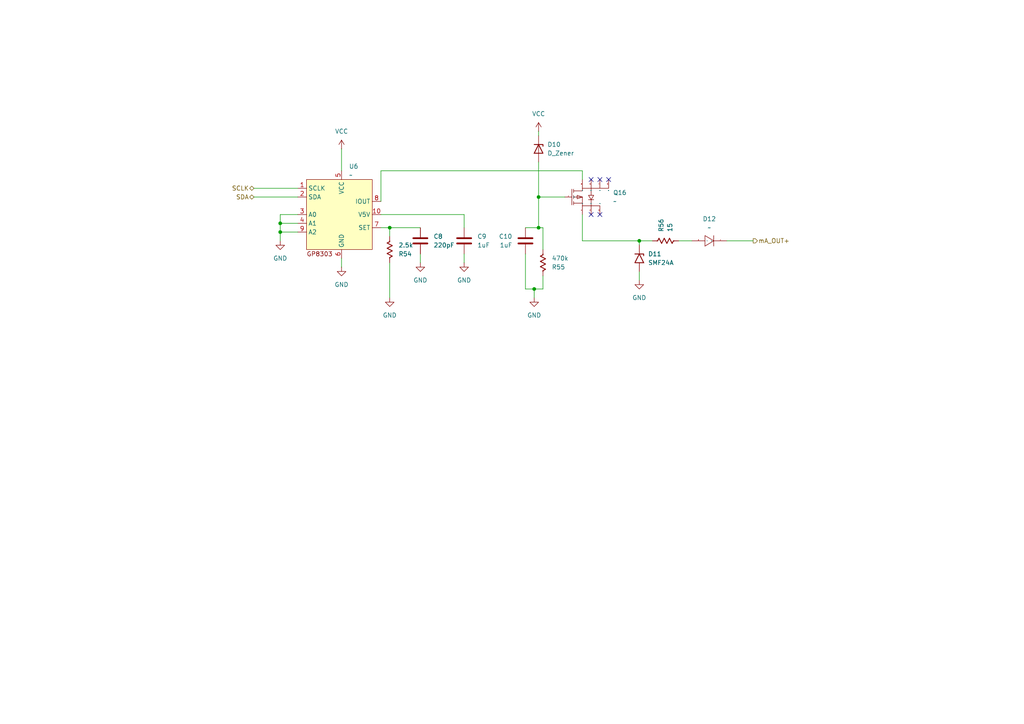
<source format=kicad_sch>
(kicad_sch
	(version 20250114)
	(generator "eeschema")
	(generator_version "9.0")
	(uuid "4701f7a9-1b95-4629-acb1-97a422b4d81d")
	(paper "A4")
	(lib_symbols
		(symbol "Device:C"
			(pin_numbers
				(hide yes)
			)
			(pin_names
				(offset 0.254)
			)
			(exclude_from_sim no)
			(in_bom yes)
			(on_board yes)
			(property "Reference" "C"
				(at 0.635 2.54 0)
				(effects
					(font
						(size 1.27 1.27)
					)
					(justify left)
				)
			)
			(property "Value" "C"
				(at 0.635 -2.54 0)
				(effects
					(font
						(size 1.27 1.27)
					)
					(justify left)
				)
			)
			(property "Footprint" ""
				(at 0.9652 -3.81 0)
				(effects
					(font
						(size 1.27 1.27)
					)
					(hide yes)
				)
			)
			(property "Datasheet" "~"
				(at 0 0 0)
				(effects
					(font
						(size 1.27 1.27)
					)
					(hide yes)
				)
			)
			(property "Description" "Unpolarized capacitor"
				(at 0 0 0)
				(effects
					(font
						(size 1.27 1.27)
					)
					(hide yes)
				)
			)
			(property "ki_keywords" "cap capacitor"
				(at 0 0 0)
				(effects
					(font
						(size 1.27 1.27)
					)
					(hide yes)
				)
			)
			(property "ki_fp_filters" "C_*"
				(at 0 0 0)
				(effects
					(font
						(size 1.27 1.27)
					)
					(hide yes)
				)
			)
			(symbol "C_0_1"
				(polyline
					(pts
						(xy -2.032 0.762) (xy 2.032 0.762)
					)
					(stroke
						(width 0.508)
						(type default)
					)
					(fill
						(type none)
					)
				)
				(polyline
					(pts
						(xy -2.032 -0.762) (xy 2.032 -0.762)
					)
					(stroke
						(width 0.508)
						(type default)
					)
					(fill
						(type none)
					)
				)
			)
			(symbol "C_1_1"
				(pin passive line
					(at 0 3.81 270)
					(length 2.794)
					(name "~"
						(effects
							(font
								(size 1.27 1.27)
							)
						)
					)
					(number "1"
						(effects
							(font
								(size 1.27 1.27)
							)
						)
					)
				)
				(pin passive line
					(at 0 -3.81 90)
					(length 2.794)
					(name "~"
						(effects
							(font
								(size 1.27 1.27)
							)
						)
					)
					(number "2"
						(effects
							(font
								(size 1.27 1.27)
							)
						)
					)
				)
			)
			(embedded_fonts no)
		)
		(symbol "Device:D_Zener"
			(pin_numbers
				(hide yes)
			)
			(pin_names
				(offset 1.016)
				(hide yes)
			)
			(exclude_from_sim no)
			(in_bom yes)
			(on_board yes)
			(property "Reference" "D"
				(at 0 2.54 0)
				(effects
					(font
						(size 1.27 1.27)
					)
				)
			)
			(property "Value" "D_Zener"
				(at 0 -2.54 0)
				(effects
					(font
						(size 1.27 1.27)
					)
				)
			)
			(property "Footprint" ""
				(at 0 0 0)
				(effects
					(font
						(size 1.27 1.27)
					)
					(hide yes)
				)
			)
			(property "Datasheet" "~"
				(at 0 0 0)
				(effects
					(font
						(size 1.27 1.27)
					)
					(hide yes)
				)
			)
			(property "Description" "Zener diode"
				(at 0 0 0)
				(effects
					(font
						(size 1.27 1.27)
					)
					(hide yes)
				)
			)
			(property "ki_keywords" "diode"
				(at 0 0 0)
				(effects
					(font
						(size 1.27 1.27)
					)
					(hide yes)
				)
			)
			(property "ki_fp_filters" "TO-???* *_Diode_* *SingleDiode* D_*"
				(at 0 0 0)
				(effects
					(font
						(size 1.27 1.27)
					)
					(hide yes)
				)
			)
			(symbol "D_Zener_0_1"
				(polyline
					(pts
						(xy -1.27 -1.27) (xy -1.27 1.27) (xy -0.762 1.27)
					)
					(stroke
						(width 0.254)
						(type default)
					)
					(fill
						(type none)
					)
				)
				(polyline
					(pts
						(xy 1.27 0) (xy -1.27 0)
					)
					(stroke
						(width 0)
						(type default)
					)
					(fill
						(type none)
					)
				)
				(polyline
					(pts
						(xy 1.27 -1.27) (xy 1.27 1.27) (xy -1.27 0) (xy 1.27 -1.27)
					)
					(stroke
						(width 0.254)
						(type default)
					)
					(fill
						(type none)
					)
				)
			)
			(symbol "D_Zener_1_1"
				(pin passive line
					(at -3.81 0 0)
					(length 2.54)
					(name "K"
						(effects
							(font
								(size 1.27 1.27)
							)
						)
					)
					(number "1"
						(effects
							(font
								(size 1.27 1.27)
							)
						)
					)
				)
				(pin passive line
					(at 3.81 0 180)
					(length 2.54)
					(name "A"
						(effects
							(font
								(size 1.27 1.27)
							)
						)
					)
					(number "2"
						(effects
							(font
								(size 1.27 1.27)
							)
						)
					)
				)
			)
			(embedded_fonts no)
		)
		(symbol "Diode:SMF24A"
			(pin_numbers
				(hide yes)
			)
			(pin_names
				(offset 1.016)
				(hide yes)
			)
			(exclude_from_sim no)
			(in_bom yes)
			(on_board yes)
			(property "Reference" "D"
				(at 0 2.54 0)
				(effects
					(font
						(size 1.27 1.27)
					)
				)
			)
			(property "Value" "SMF24A"
				(at 0 -2.54 0)
				(effects
					(font
						(size 1.27 1.27)
					)
				)
			)
			(property "Footprint" "Diode_SMD:D_SMF"
				(at 0 -5.08 0)
				(effects
					(font
						(size 1.27 1.27)
					)
					(hide yes)
				)
			)
			(property "Datasheet" "https://www.vishay.com/doc?85881"
				(at -1.27 0 0)
				(effects
					(font
						(size 1.27 1.27)
					)
					(hide yes)
				)
			)
			(property "Description" "200W unidirectional Transil Transient Voltage Suppressor, 24Vrwm, SMF"
				(at 0 0 0)
				(effects
					(font
						(size 1.27 1.27)
					)
					(hide yes)
				)
			)
			(property "ki_keywords" "diode TVS voltage suppressor"
				(at 0 0 0)
				(effects
					(font
						(size 1.27 1.27)
					)
					(hide yes)
				)
			)
			(property "ki_fp_filters" "D*SMF*"
				(at 0 0 0)
				(effects
					(font
						(size 1.27 1.27)
					)
					(hide yes)
				)
			)
			(symbol "SMF24A_0_1"
				(polyline
					(pts
						(xy -0.762 1.27) (xy -1.27 1.27) (xy -1.27 -1.27)
					)
					(stroke
						(width 0.254)
						(type default)
					)
					(fill
						(type none)
					)
				)
				(polyline
					(pts
						(xy 1.27 1.27) (xy 1.27 -1.27) (xy -1.27 0) (xy 1.27 1.27)
					)
					(stroke
						(width 0.254)
						(type default)
					)
					(fill
						(type none)
					)
				)
			)
			(symbol "SMF24A_1_1"
				(pin passive line
					(at -3.81 0 0)
					(length 2.54)
					(name "A1"
						(effects
							(font
								(size 1.27 1.27)
							)
						)
					)
					(number "1"
						(effects
							(font
								(size 1.27 1.27)
							)
						)
					)
				)
				(pin passive line
					(at 3.81 0 180)
					(length 2.54)
					(name "A2"
						(effects
							(font
								(size 1.27 1.27)
							)
						)
					)
					(number "2"
						(effects
							(font
								(size 1.27 1.27)
							)
						)
					)
				)
			)
			(embedded_fonts no)
		)
		(symbol "EasyEDA_Lib:DSK120_C22466355"
			(exclude_from_sim no)
			(in_bom yes)
			(on_board yes)
			(property "Reference" "D"
				(at 0 0 0)
				(effects
					(font
						(size 1.27 1.27)
					)
				)
			)
			(property "Value" ""
				(at 0 0 0)
				(effects
					(font
						(size 1.27 1.27)
					)
				)
			)
			(property "Footprint" "EasyEDA_Lib:SOD-123FL_L2.7-W1.8-LS3.8-RD"
				(at 0 0 0)
				(effects
					(font
						(size 1.27 1.27)
					)
					(hide yes)
				)
			)
			(property "Datasheet" "https://item.szlcsc.com/datasheet/DSK120/24165514.html"
				(at 0 0 0)
				(effects
					(font
						(size 1.27 1.27)
					)
					(hide yes)
				)
			)
			(property "Description" "Diode Configuration:Independent Voltage - Forward(Vf@If):900mV@1A Voltage - DC Reverse(Vr):200V Current - Rectified:1A Reverse Leakage Current (Ir):50uA@200V Operating Junction Temperature Range:-55°C~+150°C Operating Junction Temperature Range:-55°C~+150°C N"
				(at 0 0 0)
				(effects
					(font
						(size 1.27 1.27)
					)
					(hide yes)
				)
			)
			(property "Manufacturer Part" "DSK120"
				(at 0 0 0)
				(effects
					(font
						(size 1.27 1.27)
					)
					(hide yes)
				)
			)
			(property "Manufacturer" "R+O(宏嘉诚)"
				(at 0 0 0)
				(effects
					(font
						(size 1.27 1.27)
					)
					(hide yes)
				)
			)
			(property "Supplier Part" "C22466355"
				(at 0 0 0)
				(effects
					(font
						(size 1.27 1.27)
					)
					(hide yes)
				)
			)
			(property "Supplier" "LCSC"
				(at 0 0 0)
				(effects
					(font
						(size 1.27 1.27)
					)
					(hide yes)
				)
			)
			(property "LCSC Part Name" "电压:200V 电流:1A"
				(at 0 0 0)
				(effects
					(font
						(size 1.27 1.27)
					)
					(hide yes)
				)
			)
			(symbol "DSK120_C22466355_1_0"
				(polyline
					(pts
						(xy -1.27 -1.524) (xy -1.27 1.524)
					)
					(stroke
						(width 0)
						(type default)
					)
					(fill
						(type none)
					)
				)
				(polyline
					(pts
						(xy 1.27 1.524) (xy -1.27 0) (xy -1.27 0) (xy 1.27 -1.524) (xy 1.27 -1.524) (xy 1.27 1.524)
					)
					(stroke
						(width 0)
						(type default)
					)
					(fill
						(type none)
					)
				)
				(pin unspecified line
					(at -5.08 0 0)
					(length 3.81)
					(name "C"
						(effects
							(font
								(size 0.0254 0.0254)
							)
						)
					)
					(number "1"
						(effects
							(font
								(size 0.0254 0.0254)
							)
						)
					)
				)
				(pin unspecified line
					(at 5.08 0 180)
					(length 3.81)
					(name "A"
						(effects
							(font
								(size 0.0254 0.0254)
							)
						)
					)
					(number "2"
						(effects
							(font
								(size 0.0254 0.0254)
							)
						)
					)
				)
			)
			(embedded_fonts no)
		)
		(symbol "EasyEDA_Lib:GL14P04-8_C2986238"
			(exclude_from_sim no)
			(in_bom yes)
			(on_board yes)
			(property "Reference" "Q"
				(at 0 0 0)
				(effects
					(font
						(size 1.27 1.27)
					)
				)
			)
			(property "Value" ""
				(at 0 0 0)
				(effects
					(font
						(size 1.27 1.27)
					)
				)
			)
			(property "Footprint" "EasyEDA_Lib:SOP-8_L4.9-W3.9-P1.27-LS6.0-BL-1"
				(at 0 0 0)
				(effects
					(font
						(size 1.27 1.27)
					)
					(hide yes)
				)
			)
			(property "Datasheet" "https://atta.szlcsc.com/upload/public/pdf/source/20220324/41E410DD7247C2CCC16A14E70B25678F.pdf"
				(at 0 0 0)
				(effects
					(font
						(size 1.27 1.27)
					)
					(hide yes)
				)
			)
			(property "Description" "Drain Source Voltage (Vdss): Continuous Drain Current (Id): Drain Source On Resistance (RDS(on)@Vgs,Id):9mΩ@10V,14A Power Dissipation (Pd): Gate Threshold Voltage (Vgs(th)@Id):1V Total Gate Charge (Qg@Vgs):102nC@15V Input Capacitance (Ciss@Vds):5.1nF@15V"
				(at 0 0 0)
				(effects
					(font
						(size 1.27 1.27)
					)
					(hide yes)
				)
			)
			(property "Manufacturer Part" "GL14P04-8"
				(at 0 0 0)
				(effects
					(font
						(size 1.27 1.27)
					)
					(hide yes)
				)
			)
			(property "Manufacturer" "GL(光磊)"
				(at 0 0 0)
				(effects
					(font
						(size 1.27 1.27)
					)
					(hide yes)
				)
			)
			(property "Supplier Part" "C2986238"
				(at 0 0 0)
				(effects
					(font
						(size 1.27 1.27)
					)
					(hide yes)
				)
			)
			(property "Supplier" "LCSC"
				(at 0 0 0)
				(effects
					(font
						(size 1.27 1.27)
					)
					(hide yes)
				)
			)
			(property "LCSC Part Name" "P沟道,电流:-14A,耐压:-40V"
				(at 0 0 0)
				(effects
					(font
						(size 1.27 1.27)
					)
					(hide yes)
				)
			)
			(symbol "GL14P04-8_C2986238_1_0"
				(polyline
					(pts
						(xy -3.048 2.286) (xy -3.048 -2.286)
					)
					(stroke
						(width 0)
						(type default)
					)
					(fill
						(type none)
					)
				)
				(polyline
					(pts
						(xy -2.54 2.286) (xy -2.54 1.27)
					)
					(stroke
						(width 0)
						(type default)
					)
					(fill
						(type none)
					)
				)
				(polyline
					(pts
						(xy -2.54 1.778) (xy 0 1.778) (xy 0 1.778) (xy 0 2.54) (xy 0 2.54) (xy 7.62 2.54) (xy 7.62 2.54)
						(xy 2.54 2.54) (xy 2.54 2.54) (xy 2.54 0.508)
					)
					(stroke
						(width 0)
						(type default)
					)
					(fill
						(type none)
					)
				)
				(polyline
					(pts
						(xy -2.54 0) (xy 0 0) (xy 0 0) (xy 0 -2.54) (xy 0 -2.54) (xy 5.08 -2.54) (xy 5.08 -2.54) (xy 2.54 -2.54)
						(xy 2.54 -2.54) (xy 2.54 -0.762)
					)
					(stroke
						(width 0)
						(type default)
					)
					(fill
						(type none)
					)
				)
				(polyline
					(pts
						(xy -2.54 -0.508) (xy -2.54 0.508)
					)
					(stroke
						(width 0)
						(type default)
					)
					(fill
						(type none)
					)
				)
				(polyline
					(pts
						(xy -2.54 -2.286) (xy -2.54 -1.27)
					)
					(stroke
						(width 0)
						(type default)
					)
					(fill
						(type none)
					)
				)
				(polyline
					(pts
						(xy 0 0) (xy -1.524 0.508) (xy -1.524 0.508) (xy -1.524 -0.508) (xy -1.524 -0.508) (xy 0 0)
					)
					(stroke
						(width 0)
						(type default)
					)
					(fill
						(type none)
					)
				)
				(polyline
					(pts
						(xy 0 -1.778) (xy -2.54 -1.778)
					)
					(stroke
						(width 0)
						(type default)
					)
					(fill
						(type none)
					)
				)
				(polyline
					(pts
						(xy 2.54 -0.762) (xy 1.778 0.508) (xy 1.778 0.508) (xy 3.302 0.508) (xy 3.302 0.508) (xy 2.54 -0.762)
					)
					(stroke
						(width 0)
						(type default)
					)
					(fill
						(type none)
					)
				)
				(polyline
					(pts
						(xy 3.302 -0.762) (xy 3.048 -0.762) (xy 3.048 -0.762) (xy 2.032 -0.762) (xy 2.032 -0.762) (xy 1.778 -0.762)
					)
					(stroke
						(width 0)
						(type default)
					)
					(fill
						(type none)
					)
				)
				(pin unspecified line
					(at -5.08 0 0)
					(length 2.032)
					(name "G"
						(effects
							(font
								(size 0.0254 0.0254)
							)
						)
					)
					(number "4"
						(effects
							(font
								(size 0.0254 0.0254)
							)
						)
					)
				)
				(pin unspecified line
					(at 0 5.08 270)
					(length 2.54)
					(name "D"
						(effects
							(font
								(size 0.0254 0.0254)
							)
						)
					)
					(number "5"
						(effects
							(font
								(size 0.0254 0.0254)
							)
						)
					)
				)
				(pin unspecified line
					(at 0 -5.08 90)
					(length 2.54)
					(name "S"
						(effects
							(font
								(size 0.0254 0.0254)
							)
						)
					)
					(number "1"
						(effects
							(font
								(size 0.0254 0.0254)
							)
						)
					)
				)
				(pin unspecified line
					(at 2.54 5.08 270)
					(length 2.54)
					(name "D"
						(effects
							(font
								(size 0.0254 0.0254)
							)
						)
					)
					(number "6"
						(effects
							(font
								(size 0.0254 0.0254)
							)
						)
					)
				)
				(pin unspecified line
					(at 2.54 -5.08 90)
					(length 2.54)
					(name "S"
						(effects
							(font
								(size 0.0254 0.0254)
							)
						)
					)
					(number "2"
						(effects
							(font
								(size 0.0254 0.0254)
							)
						)
					)
				)
				(pin unspecified line
					(at 5.08 5.08 270)
					(length 2.54)
					(name "D"
						(effects
							(font
								(size 0.0254 0.0254)
							)
						)
					)
					(number "7"
						(effects
							(font
								(size 0.0254 0.0254)
							)
						)
					)
				)
				(pin unspecified line
					(at 5.08 -5.08 90)
					(length 2.54)
					(name "S"
						(effects
							(font
								(size 0.0254 0.0254)
							)
						)
					)
					(number "3"
						(effects
							(font
								(size 0.0254 0.0254)
							)
						)
					)
				)
				(pin unspecified line
					(at 7.62 5.08 270)
					(length 2.54)
					(name "D"
						(effects
							(font
								(size 0.0254 0.0254)
							)
						)
					)
					(number "8"
						(effects
							(font
								(size 0.0254 0.0254)
							)
						)
					)
				)
			)
			(embedded_fonts no)
		)
		(symbol "GP8211S-TC50:R_0603"
			(pin_numbers
				(hide yes)
			)
			(pin_names
				(offset 0)
			)
			(exclude_from_sim no)
			(in_bom yes)
			(on_board yes)
			(property "Reference" "R"
				(at 2.54 1.27 0)
				(effects
					(font
						(size 1.27 1.27)
					)
					(justify left)
				)
			)
			(property "Value" "R_0603"
				(at 2.54 -1.27 0)
				(effects
					(font
						(size 1.27 1.27)
					)
					(justify left)
				)
			)
			(property "Footprint" "PCM_Resistor_SMD_AKL:R_0603_1608Metric"
				(at 0 -11.43 0)
				(effects
					(font
						(size 1.27 1.27)
					)
					(hide yes)
				)
			)
			(property "Datasheet" "~"
				(at 0 0 0)
				(effects
					(font
						(size 1.27 1.27)
					)
					(hide yes)
				)
			)
			(property "Description" "SMD 0603 Chip Resistor, US Symbol, Alternate KiCad Library"
				(at 0 0 0)
				(effects
					(font
						(size 1.27 1.27)
					)
					(hide yes)
				)
			)
			(property "ki_keywords" "R res resistor us SMD 0603"
				(at 0 0 0)
				(effects
					(font
						(size 1.27 1.27)
					)
					(hide yes)
				)
			)
			(property "ki_fp_filters" "R_*"
				(at 0 0 0)
				(effects
					(font
						(size 1.27 1.27)
					)
					(hide yes)
				)
			)
			(symbol "R_0603_0_1"
				(polyline
					(pts
						(xy 0 2.286) (xy 0 2.54)
					)
					(stroke
						(width 0.254)
						(type default)
					)
					(fill
						(type none)
					)
				)
				(polyline
					(pts
						(xy 0 2.286) (xy 0.762 1.905) (xy -0.762 1.143) (xy 0 0.762) (xy 0.762 0.381) (xy 0 0) (xy -0.762 -0.381)
						(xy 0 -0.762) (xy 0.762 -1.143) (xy 0 -1.524) (xy -0.762 -1.905) (xy 0 -2.286)
					)
					(stroke
						(width 0.254)
						(type default)
					)
					(fill
						(type none)
					)
				)
				(polyline
					(pts
						(xy 0 -2.286) (xy 0 -2.54)
					)
					(stroke
						(width 0.254)
						(type default)
					)
					(fill
						(type none)
					)
				)
			)
			(symbol "R_0603_0_2"
				(polyline
					(pts
						(xy -2.54 -2.54) (xy -1.778 -1.778)
					)
					(stroke
						(width 0)
						(type default)
					)
					(fill
						(type none)
					)
				)
				(polyline
					(pts
						(xy -1.778 -1.778) (xy -1.524 -1.524)
					)
					(stroke
						(width 0.254)
						(type default)
					)
					(fill
						(type none)
					)
				)
				(polyline
					(pts
						(xy -1.524 -1.524) (xy -1.778 -0.762) (xy -1.016 -1.016)
					)
					(stroke
						(width 0.254)
						(type default)
					)
					(fill
						(type none)
					)
				)
				(polyline
					(pts
						(xy -0.508 -0.508) (xy -0.762 0.254) (xy 0 0)
					)
					(stroke
						(width 0.254)
						(type default)
					)
					(fill
						(type none)
					)
				)
				(polyline
					(pts
						(xy -0.508 -0.508) (xy -0.254 -1.27) (xy -1.016 -1.016)
					)
					(stroke
						(width 0.254)
						(type default)
					)
					(fill
						(type none)
					)
				)
				(polyline
					(pts
						(xy 0.508 0.508) (xy 0.254 1.27) (xy 1.016 1.016)
					)
					(stroke
						(width 0.254)
						(type default)
					)
					(fill
						(type none)
					)
				)
				(polyline
					(pts
						(xy 0.508 0.508) (xy 0.762 -0.254) (xy 0 0)
					)
					(stroke
						(width 0.254)
						(type default)
					)
					(fill
						(type none)
					)
				)
				(polyline
					(pts
						(xy 1.524 1.524) (xy 1.778 0.762) (xy 1.016 1.016)
					)
					(stroke
						(width 0.254)
						(type default)
					)
					(fill
						(type none)
					)
				)
				(polyline
					(pts
						(xy 1.778 1.778) (xy 1.524 1.524)
					)
					(stroke
						(width 0.254)
						(type default)
					)
					(fill
						(type none)
					)
				)
				(polyline
					(pts
						(xy 1.778 1.778) (xy 2.54 2.54)
					)
					(stroke
						(width 0)
						(type default)
					)
					(fill
						(type none)
					)
				)
			)
			(symbol "R_0603_1_1"
				(pin passive line
					(at 0 3.81 270)
					(length 1.27)
					(name "~"
						(effects
							(font
								(size 1.27 1.27)
							)
						)
					)
					(number "1"
						(effects
							(font
								(size 1.27 1.27)
							)
						)
					)
				)
				(pin passive line
					(at 0 -3.81 90)
					(length 1.27)
					(name "~"
						(effects
							(font
								(size 1.27 1.27)
							)
						)
					)
					(number "2"
						(effects
							(font
								(size 1.27 1.27)
							)
						)
					)
				)
			)
			(symbol "R_0603_1_2"
				(pin passive line
					(at -2.54 -2.54 0)
					(length 0)
					(name ""
						(effects
							(font
								(size 1.27 1.27)
							)
						)
					)
					(number "2"
						(effects
							(font
								(size 1.27 1.27)
							)
						)
					)
				)
				(pin passive line
					(at 2.54 2.54 180)
					(length 0)
					(name ""
						(effects
							(font
								(size 1.27 1.27)
							)
						)
					)
					(number "1"
						(effects
							(font
								(size 1.27 1.27)
							)
						)
					)
				)
			)
			(embedded_fonts no)
		)
		(symbol "Riqi_Parts:GP8303"
			(exclude_from_sim no)
			(in_bom yes)
			(on_board yes)
			(property "Reference" "U"
				(at 0 0 0)
				(effects
					(font
						(size 1.27 1.27)
					)
				)
			)
			(property "Value" ""
				(at 0 0 0)
				(effects
					(font
						(size 1.27 1.27)
					)
				)
			)
			(property "Footprint" "Package_SO:SSOP-10-1EP_3.9x4.9mm_P1mm_EP2.1x3.3mm"
				(at 0 0 0)
				(effects
					(font
						(size 1.27 1.27)
					)
					(hide yes)
				)
			)
			(property "Datasheet" "https://lcsc.com/datasheet/lcsc_datasheet_2410121459_Guestgood-GP8303-TC50-EW_C3445809.pdf"
				(at 0 0 0)
				(effects
					(font
						(size 1.27 1.27)
					)
					(hide yes)
				)
			)
			(property "Description" ""
				(at 0 0 0)
				(effects
					(font
						(size 1.27 1.27)
					)
					(hide yes)
				)
			)
			(symbol "GP8303_1_1"
				(rectangle
					(start -1.27 -1.27)
					(end 17.78 -21.59)
					(stroke
						(width 0)
						(type solid)
					)
					(fill
						(type background)
					)
				)
				(text "GP8303"
					(at 2.54 -22.86 0)
					(effects
						(font
							(size 1.27 1.27)
						)
					)
				)
				(pin input line
					(at -3.81 -3.81 0)
					(length 2.54)
					(name "SCLK"
						(effects
							(font
								(size 1.27 1.27)
							)
						)
					)
					(number "1"
						(effects
							(font
								(size 1.27 1.27)
							)
						)
					)
				)
				(pin input line
					(at -3.81 -6.35 0)
					(length 2.54)
					(name "SDA"
						(effects
							(font
								(size 1.27 1.27)
							)
						)
					)
					(number "2"
						(effects
							(font
								(size 1.27 1.27)
							)
						)
					)
				)
				(pin input line
					(at -3.81 -11.43 0)
					(length 2.54)
					(name "A0"
						(effects
							(font
								(size 1.27 1.27)
							)
						)
					)
					(number "3"
						(effects
							(font
								(size 1.27 1.27)
							)
						)
					)
				)
				(pin input line
					(at -3.81 -13.97 0)
					(length 2.54)
					(name "A1"
						(effects
							(font
								(size 1.27 1.27)
							)
						)
					)
					(number "4"
						(effects
							(font
								(size 1.27 1.27)
							)
						)
					)
				)
				(pin input line
					(at -3.81 -16.51 0)
					(length 2.54)
					(name "A2"
						(effects
							(font
								(size 1.27 1.27)
							)
						)
					)
					(number "9"
						(effects
							(font
								(size 1.27 1.27)
							)
						)
					)
				)
				(pin input line
					(at 8.89 1.27 270)
					(length 2.54)
					(name "VCC"
						(effects
							(font
								(size 1.27 1.27)
							)
						)
					)
					(number "5"
						(effects
							(font
								(size 1.27 1.27)
							)
						)
					)
				)
				(pin input line
					(at 8.89 -24.13 90)
					(length 2.54)
					(name "GND"
						(effects
							(font
								(size 1.27 1.27)
							)
						)
					)
					(number "6"
						(effects
							(font
								(size 1.27 1.27)
							)
						)
					)
				)
				(pin output line
					(at 20.32 -7.62 180)
					(length 2.54)
					(name "IOUT"
						(effects
							(font
								(size 1.27 1.27)
							)
						)
					)
					(number "8"
						(effects
							(font
								(size 1.27 1.27)
							)
						)
					)
				)
				(pin output line
					(at 20.32 -11.43 180)
					(length 2.54)
					(name "V5V"
						(effects
							(font
								(size 1.27 1.27)
							)
						)
					)
					(number "10"
						(effects
							(font
								(size 1.27 1.27)
							)
						)
					)
				)
				(pin output line
					(at 20.32 -15.24 180)
					(length 2.54)
					(name "SET"
						(effects
							(font
								(size 1.27 1.27)
							)
						)
					)
					(number "7"
						(effects
							(font
								(size 1.27 1.27)
							)
						)
					)
				)
			)
			(embedded_fonts no)
		)
		(symbol "power:GND"
			(power)
			(pin_numbers
				(hide yes)
			)
			(pin_names
				(offset 0)
				(hide yes)
			)
			(exclude_from_sim no)
			(in_bom yes)
			(on_board yes)
			(property "Reference" "#PWR"
				(at 0 -6.35 0)
				(effects
					(font
						(size 1.27 1.27)
					)
					(hide yes)
				)
			)
			(property "Value" "GND"
				(at 0 -3.81 0)
				(effects
					(font
						(size 1.27 1.27)
					)
				)
			)
			(property "Footprint" ""
				(at 0 0 0)
				(effects
					(font
						(size 1.27 1.27)
					)
					(hide yes)
				)
			)
			(property "Datasheet" ""
				(at 0 0 0)
				(effects
					(font
						(size 1.27 1.27)
					)
					(hide yes)
				)
			)
			(property "Description" "Power symbol creates a global label with name \"GND\" , ground"
				(at 0 0 0)
				(effects
					(font
						(size 1.27 1.27)
					)
					(hide yes)
				)
			)
			(property "ki_keywords" "global power"
				(at 0 0 0)
				(effects
					(font
						(size 1.27 1.27)
					)
					(hide yes)
				)
			)
			(symbol "GND_0_1"
				(polyline
					(pts
						(xy 0 0) (xy 0 -1.27) (xy 1.27 -1.27) (xy 0 -2.54) (xy -1.27 -1.27) (xy 0 -1.27)
					)
					(stroke
						(width 0)
						(type default)
					)
					(fill
						(type none)
					)
				)
			)
			(symbol "GND_1_1"
				(pin power_in line
					(at 0 0 270)
					(length 0)
					(name "~"
						(effects
							(font
								(size 1.27 1.27)
							)
						)
					)
					(number "1"
						(effects
							(font
								(size 1.27 1.27)
							)
						)
					)
				)
			)
			(embedded_fonts no)
		)
		(symbol "power:VCC"
			(power)
			(pin_numbers
				(hide yes)
			)
			(pin_names
				(offset 0)
				(hide yes)
			)
			(exclude_from_sim no)
			(in_bom yes)
			(on_board yes)
			(property "Reference" "#PWR"
				(at 0 -3.81 0)
				(effects
					(font
						(size 1.27 1.27)
					)
					(hide yes)
				)
			)
			(property "Value" "VCC"
				(at 0 3.556 0)
				(effects
					(font
						(size 1.27 1.27)
					)
				)
			)
			(property "Footprint" ""
				(at 0 0 0)
				(effects
					(font
						(size 1.27 1.27)
					)
					(hide yes)
				)
			)
			(property "Datasheet" ""
				(at 0 0 0)
				(effects
					(font
						(size 1.27 1.27)
					)
					(hide yes)
				)
			)
			(property "Description" "Power symbol creates a global label with name \"VCC\""
				(at 0 0 0)
				(effects
					(font
						(size 1.27 1.27)
					)
					(hide yes)
				)
			)
			(property "ki_keywords" "global power"
				(at 0 0 0)
				(effects
					(font
						(size 1.27 1.27)
					)
					(hide yes)
				)
			)
			(symbol "VCC_0_1"
				(polyline
					(pts
						(xy -0.762 1.27) (xy 0 2.54)
					)
					(stroke
						(width 0)
						(type default)
					)
					(fill
						(type none)
					)
				)
				(polyline
					(pts
						(xy 0 2.54) (xy 0.762 1.27)
					)
					(stroke
						(width 0)
						(type default)
					)
					(fill
						(type none)
					)
				)
				(polyline
					(pts
						(xy 0 0) (xy 0 2.54)
					)
					(stroke
						(width 0)
						(type default)
					)
					(fill
						(type none)
					)
				)
			)
			(symbol "VCC_1_1"
				(pin power_in line
					(at 0 0 90)
					(length 0)
					(name "~"
						(effects
							(font
								(size 1.27 1.27)
							)
						)
					)
					(number "1"
						(effects
							(font
								(size 1.27 1.27)
							)
						)
					)
				)
			)
			(embedded_fonts no)
		)
	)
	(junction
		(at 113.03 66.04)
		(diameter 0)
		(color 0 0 0 0)
		(uuid "0401840b-aa96-4eff-9cbb-455bd01fba2b")
	)
	(junction
		(at 156.21 66.04)
		(diameter 0)
		(color 0 0 0 0)
		(uuid "2f7eaf19-6895-44af-870d-a9936d6992e4")
	)
	(junction
		(at 81.28 67.31)
		(diameter 0)
		(color 0 0 0 0)
		(uuid "61719614-a268-4c2f-99f8-52c9bdc11ec2")
	)
	(junction
		(at 81.28 64.77)
		(diameter 0)
		(color 0 0 0 0)
		(uuid "95a1cb76-7bbc-4e6d-aaee-681c3c6fffcd")
	)
	(junction
		(at 156.21 57.15)
		(diameter 0)
		(color 0 0 0 0)
		(uuid "d6213e88-4207-4506-8d08-f93d8af69a7b")
	)
	(junction
		(at 185.42 69.85)
		(diameter 0)
		(color 0 0 0 0)
		(uuid "d7b5a950-11a9-4683-ac2e-40da70d25f48")
	)
	(junction
		(at 154.94 83.82)
		(diameter 0)
		(color 0 0 0 0)
		(uuid "ff286e15-5f92-4ae4-9db8-8eae7dec4fa1")
	)
	(no_connect
		(at 173.99 52.07)
		(uuid "5b496b15-77dd-48c8-ba0a-10becc22244e")
	)
	(no_connect
		(at 171.45 52.07)
		(uuid "673a2251-3466-4a01-af95-8eb5d40a1907")
	)
	(no_connect
		(at 173.99 62.23)
		(uuid "884c6fb1-f377-44e4-a851-dd894ecae5fe")
	)
	(no_connect
		(at 171.45 62.23)
		(uuid "edac6c69-e060-4f20-b61c-eb4bc02ec280")
	)
	(no_connect
		(at 176.53 52.07)
		(uuid "ef6caf30-07a0-41c0-a6ea-90506d6c19ff")
	)
	(wire
		(pts
			(xy 113.03 66.04) (xy 113.03 68.58)
		)
		(stroke
			(width 0)
			(type default)
		)
		(uuid "01790b0f-66ff-4ab8-aebc-02e212ce26f0")
	)
	(wire
		(pts
			(xy 156.21 57.15) (xy 163.83 57.15)
		)
		(stroke
			(width 0)
			(type default)
		)
		(uuid "0544339b-e799-4df7-88c3-089b082af2df")
	)
	(wire
		(pts
			(xy 99.06 74.93) (xy 99.06 77.47)
		)
		(stroke
			(width 0)
			(type default)
		)
		(uuid "05cbf0ab-c369-4080-bec4-d9e1c4bd7a73")
	)
	(wire
		(pts
			(xy 157.48 80.01) (xy 157.48 83.82)
		)
		(stroke
			(width 0)
			(type default)
		)
		(uuid "0dc347ca-e567-4ee9-8309-da05e40b711c")
	)
	(wire
		(pts
			(xy 168.91 52.07) (xy 168.91 49.53)
		)
		(stroke
			(width 0)
			(type default)
		)
		(uuid "10ae6575-0de6-431b-84ef-67420b6c77de")
	)
	(wire
		(pts
			(xy 152.4 73.66) (xy 152.4 83.82)
		)
		(stroke
			(width 0)
			(type default)
		)
		(uuid "117df7d8-39ec-4094-a547-e4da3bb8be3d")
	)
	(wire
		(pts
			(xy 73.66 54.61) (xy 86.36 54.61)
		)
		(stroke
			(width 0)
			(type default)
		)
		(uuid "15e8b278-944e-425c-9c68-4e81eb0f6ad4")
	)
	(wire
		(pts
			(xy 110.49 66.04) (xy 113.03 66.04)
		)
		(stroke
			(width 0)
			(type default)
		)
		(uuid "1916b003-55b6-4729-8cbe-3afe6655a4dd")
	)
	(wire
		(pts
			(xy 81.28 62.23) (xy 81.28 64.77)
		)
		(stroke
			(width 0)
			(type default)
		)
		(uuid "1943a9a6-59f3-4bb9-9da0-f0e63ae07450")
	)
	(wire
		(pts
			(xy 196.85 69.85) (xy 200.66 69.85)
		)
		(stroke
			(width 0)
			(type default)
		)
		(uuid "21a85d08-c4ff-4ba4-b539-4ede401fb7f2")
	)
	(wire
		(pts
			(xy 154.94 83.82) (xy 154.94 86.36)
		)
		(stroke
			(width 0)
			(type default)
		)
		(uuid "29253f35-7639-4f5a-9a54-bb2cb31b262c")
	)
	(wire
		(pts
			(xy 152.4 83.82) (xy 154.94 83.82)
		)
		(stroke
			(width 0)
			(type default)
		)
		(uuid "2c81b180-1604-4c6f-811c-25e44984c990")
	)
	(wire
		(pts
			(xy 210.82 69.85) (xy 218.44 69.85)
		)
		(stroke
			(width 0)
			(type default)
		)
		(uuid "2c9fbe96-3057-4e6f-bd15-922e61e97280")
	)
	(wire
		(pts
			(xy 157.48 83.82) (xy 154.94 83.82)
		)
		(stroke
			(width 0)
			(type default)
		)
		(uuid "2ebe908a-d2ba-4272-b25e-c9acbe1b184f")
	)
	(wire
		(pts
			(xy 152.4 66.04) (xy 156.21 66.04)
		)
		(stroke
			(width 0)
			(type default)
		)
		(uuid "2f7dadb8-caa4-4c7b-88db-18c3fbc76fec")
	)
	(wire
		(pts
			(xy 110.49 62.23) (xy 134.62 62.23)
		)
		(stroke
			(width 0)
			(type default)
		)
		(uuid "37e48274-f4c3-410c-bb7b-bb10607ee34c")
	)
	(wire
		(pts
			(xy 81.28 64.77) (xy 81.28 67.31)
		)
		(stroke
			(width 0)
			(type default)
		)
		(uuid "3edda1df-c947-4118-b303-24210e2a89bb")
	)
	(wire
		(pts
			(xy 110.49 49.53) (xy 110.49 58.42)
		)
		(stroke
			(width 0)
			(type default)
		)
		(uuid "3ef172fe-3bb1-4535-85eb-72c917565747")
	)
	(wire
		(pts
			(xy 185.42 69.85) (xy 185.42 71.12)
		)
		(stroke
			(width 0)
			(type default)
		)
		(uuid "4179f64a-b04c-4d23-b472-3197a93f215f")
	)
	(wire
		(pts
			(xy 86.36 62.23) (xy 81.28 62.23)
		)
		(stroke
			(width 0)
			(type default)
		)
		(uuid "4186dfbf-aa0e-4986-94ef-e6271a16e104")
	)
	(wire
		(pts
			(xy 168.91 69.85) (xy 185.42 69.85)
		)
		(stroke
			(width 0)
			(type default)
		)
		(uuid "45df7c25-99e8-442e-ad5f-c276dfa6729c")
	)
	(wire
		(pts
			(xy 121.92 73.66) (xy 121.92 76.2)
		)
		(stroke
			(width 0)
			(type default)
		)
		(uuid "46a34eb5-0a66-45e6-9ac1-dd4a42069013")
	)
	(wire
		(pts
			(xy 113.03 66.04) (xy 121.92 66.04)
		)
		(stroke
			(width 0)
			(type default)
		)
		(uuid "60f1f1f9-c71f-4a78-8cb4-59110d8b7204")
	)
	(wire
		(pts
			(xy 168.91 62.23) (xy 168.91 69.85)
		)
		(stroke
			(width 0)
			(type default)
		)
		(uuid "6755cee8-a527-466f-ad6a-9330d054ec97")
	)
	(wire
		(pts
			(xy 185.42 69.85) (xy 189.23 69.85)
		)
		(stroke
			(width 0)
			(type default)
		)
		(uuid "69aa3b16-2072-4be9-aaea-ddc56515ad48")
	)
	(wire
		(pts
			(xy 185.42 78.74) (xy 185.42 81.28)
		)
		(stroke
			(width 0)
			(type default)
		)
		(uuid "6d63b95b-c60b-4e35-9d64-7438d736d4a5")
	)
	(wire
		(pts
			(xy 157.48 66.04) (xy 157.48 72.39)
		)
		(stroke
			(width 0)
			(type default)
		)
		(uuid "8564288c-08fd-4e65-9c9f-bb646e272da8")
	)
	(wire
		(pts
			(xy 134.62 66.04) (xy 134.62 62.23)
		)
		(stroke
			(width 0)
			(type default)
		)
		(uuid "862f3985-069a-40d6-aa40-83e8722df120")
	)
	(wire
		(pts
			(xy 156.21 46.99) (xy 156.21 57.15)
		)
		(stroke
			(width 0)
			(type default)
		)
		(uuid "8d02aa8a-b193-4499-8ee7-be9532d69c69")
	)
	(wire
		(pts
			(xy 134.62 73.66) (xy 134.62 76.2)
		)
		(stroke
			(width 0)
			(type default)
		)
		(uuid "91bc54bc-2f04-4e38-8fc9-9b687f0ccdc8")
	)
	(wire
		(pts
			(xy 73.66 57.15) (xy 86.36 57.15)
		)
		(stroke
			(width 0)
			(type default)
		)
		(uuid "95f8050f-0fdc-4a12-9ac7-879f72fda1d2")
	)
	(wire
		(pts
			(xy 113.03 76.2) (xy 113.03 86.36)
		)
		(stroke
			(width 0)
			(type default)
		)
		(uuid "9889eb9b-c2ed-40c6-96a2-1aee73973c26")
	)
	(wire
		(pts
			(xy 156.21 66.04) (xy 157.48 66.04)
		)
		(stroke
			(width 0)
			(type default)
		)
		(uuid "a77971d4-b74e-4971-949b-c86775e62a3c")
	)
	(wire
		(pts
			(xy 156.21 57.15) (xy 156.21 66.04)
		)
		(stroke
			(width 0)
			(type default)
		)
		(uuid "a9621217-f3b2-4607-a8a4-3c43cf897977")
	)
	(wire
		(pts
			(xy 81.28 67.31) (xy 81.28 69.85)
		)
		(stroke
			(width 0)
			(type default)
		)
		(uuid "b316509f-da3e-447a-8dec-98f523536f34")
	)
	(wire
		(pts
			(xy 99.06 43.18) (xy 99.06 49.53)
		)
		(stroke
			(width 0)
			(type default)
		)
		(uuid "c0d7d4bc-1a35-4f64-9af6-09e0fe22dd21")
	)
	(wire
		(pts
			(xy 156.21 38.1) (xy 156.21 39.37)
		)
		(stroke
			(width 0)
			(type default)
		)
		(uuid "d4883517-f1f6-418e-ad89-110ebea54600")
	)
	(wire
		(pts
			(xy 81.28 64.77) (xy 86.36 64.77)
		)
		(stroke
			(width 0)
			(type default)
		)
		(uuid "d48a0494-488a-4722-a7b2-c10597d59c6e")
	)
	(wire
		(pts
			(xy 81.28 67.31) (xy 86.36 67.31)
		)
		(stroke
			(width 0)
			(type default)
		)
		(uuid "dc01e7ee-831a-47fc-b160-e05a4833412b")
	)
	(wire
		(pts
			(xy 168.91 49.53) (xy 110.49 49.53)
		)
		(stroke
			(width 0)
			(type default)
		)
		(uuid "fa7461e3-c0a5-4fb7-a2db-78861f84d225")
	)
	(hierarchical_label "SDA"
		(shape bidirectional)
		(at 73.66 57.15 180)
		(effects
			(font
				(size 1.27 1.27)
			)
			(justify right)
		)
		(uuid "28cb9474-be83-4701-bf4a-7a5d18a76fd6")
	)
	(hierarchical_label "mA_OUT+"
		(shape output)
		(at 218.44 69.85 0)
		(effects
			(font
				(size 1.27 1.27)
			)
			(justify left)
		)
		(uuid "8abce27e-d57d-428f-b181-ba41a8b31e27")
	)
	(hierarchical_label "SCLK"
		(shape bidirectional)
		(at 73.66 54.61 180)
		(effects
			(font
				(size 1.27 1.27)
			)
			(justify right)
		)
		(uuid "d85d30e9-c3e7-4511-b7e2-4d604de1448d")
	)
	(symbol
		(lib_id "power:VCC")
		(at 99.06 43.18 0)
		(unit 1)
		(exclude_from_sim no)
		(in_bom yes)
		(on_board yes)
		(dnp no)
		(fields_autoplaced yes)
		(uuid "2b08aa37-280a-4ab6-87ee-a0aa8e1dc0a0")
		(property "Reference" "#PWR028"
			(at 99.06 46.99 0)
			(effects
				(font
					(size 1.27 1.27)
				)
				(hide yes)
			)
		)
		(property "Value" "VCC"
			(at 99.06 38.1 0)
			(effects
				(font
					(size 1.27 1.27)
				)
			)
		)
		(property "Footprint" ""
			(at 99.06 43.18 0)
			(effects
				(font
					(size 1.27 1.27)
				)
				(hide yes)
			)
		)
		(property "Datasheet" ""
			(at 99.06 43.18 0)
			(effects
				(font
					(size 1.27 1.27)
				)
				(hide yes)
			)
		)
		(property "Description" "Power symbol creates a global label with name \"VCC\""
			(at 99.06 43.18 0)
			(effects
				(font
					(size 1.27 1.27)
				)
				(hide yes)
			)
		)
		(pin "1"
			(uuid "c328c2fa-c0f2-46d5-a011-6f8bd40a9835")
		)
		(instances
			(project "PLC4UNI_Board"
				(path "/20dd9fa8-33e5-4e01-8b4a-8cb5828152c9/ef44eee8-cd41-4527-92e2-6c408c0d0d91/1502bf18-a581-4d1e-b057-dc61d013381d"
					(reference "#PWR075")
					(unit 1)
				)
				(path "/20dd9fa8-33e5-4e01-8b4a-8cb5828152c9/ef44eee8-cd41-4527-92e2-6c408c0d0d91/958801d9-c9be-42d7-90ca-cda10621adf1"
					(reference "#PWR028")
					(unit 1)
				)
			)
			(project "PLC4UNI_Board"
				(path "/3f95a48a-e63f-444a-b104-97d170acd68f/8cceed92-d7b7-44e6-8972-52061519037a"
					(reference "#PWR071")
					(unit 1)
				)
			)
		)
	)
	(symbol
		(lib_id "power:GND")
		(at 134.62 76.2 0)
		(unit 1)
		(exclude_from_sim no)
		(in_bom yes)
		(on_board yes)
		(dnp no)
		(fields_autoplaced yes)
		(uuid "35a6bc15-1275-40d1-8321-ff785309c491")
		(property "Reference" "#PWR032"
			(at 134.62 82.55 0)
			(effects
				(font
					(size 1.27 1.27)
				)
				(hide yes)
			)
		)
		(property "Value" "GND"
			(at 134.62 81.28 0)
			(effects
				(font
					(size 1.27 1.27)
				)
			)
		)
		(property "Footprint" ""
			(at 134.62 76.2 0)
			(effects
				(font
					(size 1.27 1.27)
				)
				(hide yes)
			)
		)
		(property "Datasheet" ""
			(at 134.62 76.2 0)
			(effects
				(font
					(size 1.27 1.27)
				)
				(hide yes)
			)
		)
		(property "Description" "Power symbol creates a global label with name \"GND\" , ground"
			(at 134.62 76.2 0)
			(effects
				(font
					(size 1.27 1.27)
				)
				(hide yes)
			)
		)
		(pin "1"
			(uuid "5684dd98-a306-46c0-bca9-f615e0b968fe")
		)
		(instances
			(project "PLC4UNI_Board"
				(path "/20dd9fa8-33e5-4e01-8b4a-8cb5828152c9/ef44eee8-cd41-4527-92e2-6c408c0d0d91/1502bf18-a581-4d1e-b057-dc61d013381d"
					(reference "#PWR079")
					(unit 1)
				)
				(path "/20dd9fa8-33e5-4e01-8b4a-8cb5828152c9/ef44eee8-cd41-4527-92e2-6c408c0d0d91/958801d9-c9be-42d7-90ca-cda10621adf1"
					(reference "#PWR032")
					(unit 1)
				)
			)
			(project "PLC4UNI_Board"
				(path "/3f95a48a-e63f-444a-b104-97d170acd68f/8cceed92-d7b7-44e6-8972-52061519037a"
					(reference "#PWR075")
					(unit 1)
				)
			)
		)
	)
	(symbol
		(lib_id "GP8211S-TC50:R_0603")
		(at 193.04 69.85 270)
		(unit 1)
		(exclude_from_sim no)
		(in_bom yes)
		(on_board yes)
		(dnp no)
		(uuid "3ca4b2bf-cc61-4d6f-8485-59d5f793121f")
		(property "Reference" "R18"
			(at 191.7699 67.31 0)
			(effects
				(font
					(size 1.27 1.27)
				)
				(justify right)
			)
		)
		(property "Value" "15"
			(at 194.3099 67.31 0)
			(effects
				(font
					(size 1.27 1.27)
				)
				(justify right)
			)
		)
		(property "Footprint" "PCM_Resistor_SMD_AKL:R_0603_1608Metric"
			(at 181.61 69.85 0)
			(effects
				(font
					(size 1.27 1.27)
				)
				(hide yes)
			)
		)
		(property "Datasheet" "~"
			(at 193.04 69.85 0)
			(effects
				(font
					(size 1.27 1.27)
				)
				(hide yes)
			)
		)
		(property "Description" "SMD 0603 Chip Resistor, US Symbol, Alternate KiCad Library"
			(at 193.04 69.85 0)
			(effects
				(font
					(size 1.27 1.27)
				)
				(hide yes)
			)
		)
		(property "LCSC" ""
			(at 193.04 69.85 0)
			(effects
				(font
					(size 1.27 1.27)
				)
				(hide yes)
			)
		)
		(pin "1"
			(uuid "7662fad2-521c-4b45-a0c7-bf2df3ecbc00")
		)
		(pin "2"
			(uuid "8ae4f3ad-650b-4788-bc73-9ed22876e898")
		)
		(instances
			(project "PLC4UNIPCB"
				(path "/20dd9fa8-33e5-4e01-8b4a-8cb5828152c9/ef44eee8-cd41-4527-92e2-6c408c0d0d91/1502bf18-a581-4d1e-b057-dc61d013381d"
					(reference "R56")
					(unit 1)
				)
				(path "/20dd9fa8-33e5-4e01-8b4a-8cb5828152c9/ef44eee8-cd41-4527-92e2-6c408c0d0d91/958801d9-c9be-42d7-90ca-cda10621adf1"
					(reference "R18")
					(unit 1)
				)
			)
		)
	)
	(symbol
		(lib_id "GP8211S-TC50:R_0603")
		(at 113.03 72.39 0)
		(mirror y)
		(unit 1)
		(exclude_from_sim no)
		(in_bom yes)
		(on_board yes)
		(dnp no)
		(uuid "4829e7e7-98c7-40e5-983d-a22b68bf5780")
		(property "Reference" "R16"
			(at 115.57 73.6601 0)
			(effects
				(font
					(size 1.27 1.27)
				)
				(justify right)
			)
		)
		(property "Value" "2.5k"
			(at 115.57 71.1201 0)
			(effects
				(font
					(size 1.27 1.27)
				)
				(justify right)
			)
		)
		(property "Footprint" "PCM_Resistor_SMD_AKL:R_0603_1608Metric"
			(at 113.03 83.82 0)
			(effects
				(font
					(size 1.27 1.27)
				)
				(hide yes)
			)
		)
		(property "Datasheet" "~"
			(at 113.03 72.39 0)
			(effects
				(font
					(size 1.27 1.27)
				)
				(hide yes)
			)
		)
		(property "Description" "SMD 0603 Chip Resistor, US Symbol, Alternate KiCad Library"
			(at 113.03 72.39 0)
			(effects
				(font
					(size 1.27 1.27)
				)
				(hide yes)
			)
		)
		(property "LCSC" ""
			(at 113.03 72.39 0)
			(effects
				(font
					(size 1.27 1.27)
				)
				(hide yes)
			)
		)
		(pin "1"
			(uuid "2346384b-0ae6-4f15-bb3b-114c177fea37")
		)
		(pin "2"
			(uuid "c8f1b77a-7c49-4bcd-990c-5092ebedeba8")
		)
		(instances
			(project "PLC4UNIPCB"
				(path "/20dd9fa8-33e5-4e01-8b4a-8cb5828152c9/ef44eee8-cd41-4527-92e2-6c408c0d0d91/1502bf18-a581-4d1e-b057-dc61d013381d"
					(reference "R54")
					(unit 1)
				)
				(path "/20dd9fa8-33e5-4e01-8b4a-8cb5828152c9/ef44eee8-cd41-4527-92e2-6c408c0d0d91/958801d9-c9be-42d7-90ca-cda10621adf1"
					(reference "R16")
					(unit 1)
				)
			)
		)
	)
	(symbol
		(lib_id "Device:C")
		(at 134.62 69.85 0)
		(unit 1)
		(exclude_from_sim no)
		(in_bom yes)
		(on_board yes)
		(dnp no)
		(fields_autoplaced yes)
		(uuid "76c0ce2a-efb2-43cf-acfe-569396b81e2e")
		(property "Reference" "C6"
			(at 138.43 68.5799 0)
			(effects
				(font
					(size 1.27 1.27)
				)
				(justify left)
			)
		)
		(property "Value" "1uF"
			(at 138.43 71.1199 0)
			(effects
				(font
					(size 1.27 1.27)
				)
				(justify left)
			)
		)
		(property "Footprint" "Capacitor_SMD:C_0805_2012Metric"
			(at 135.5852 73.66 0)
			(effects
				(font
					(size 1.27 1.27)
				)
				(hide yes)
			)
		)
		(property "Datasheet" "~"
			(at 134.62 69.85 0)
			(effects
				(font
					(size 1.27 1.27)
				)
				(hide yes)
			)
		)
		(property "Description" "Unpolarized capacitor"
			(at 134.62 69.85 0)
			(effects
				(font
					(size 1.27 1.27)
				)
				(hide yes)
			)
		)
		(pin "1"
			(uuid "1d1455f0-62dd-4cb9-a737-fa697c12834a")
		)
		(pin "2"
			(uuid "81d712b2-f3b0-4f05-a591-0ee0df262a0e")
		)
		(instances
			(project "PLC4UNI_Board"
				(path "/20dd9fa8-33e5-4e01-8b4a-8cb5828152c9/ef44eee8-cd41-4527-92e2-6c408c0d0d91/1502bf18-a581-4d1e-b057-dc61d013381d"
					(reference "C9")
					(unit 1)
				)
				(path "/20dd9fa8-33e5-4e01-8b4a-8cb5828152c9/ef44eee8-cd41-4527-92e2-6c408c0d0d91/958801d9-c9be-42d7-90ca-cda10621adf1"
					(reference "C6")
					(unit 1)
				)
			)
			(project "PLC4UNI_Board"
				(path "/3f95a48a-e63f-444a-b104-97d170acd68f/8cceed92-d7b7-44e6-8972-52061519037a"
					(reference "C13")
					(unit 1)
				)
			)
		)
	)
	(symbol
		(lib_id "power:GND")
		(at 121.92 76.2 0)
		(unit 1)
		(exclude_from_sim no)
		(in_bom yes)
		(on_board yes)
		(dnp no)
		(fields_autoplaced yes)
		(uuid "883799de-7263-4635-a1b9-70815a8b67ac")
		(property "Reference" "#PWR031"
			(at 121.92 82.55 0)
			(effects
				(font
					(size 1.27 1.27)
				)
				(hide yes)
			)
		)
		(property "Value" "GND"
			(at 121.92 81.28 0)
			(effects
				(font
					(size 1.27 1.27)
				)
			)
		)
		(property "Footprint" ""
			(at 121.92 76.2 0)
			(effects
				(font
					(size 1.27 1.27)
				)
				(hide yes)
			)
		)
		(property "Datasheet" ""
			(at 121.92 76.2 0)
			(effects
				(font
					(size 1.27 1.27)
				)
				(hide yes)
			)
		)
		(property "Description" "Power symbol creates a global label with name \"GND\" , ground"
			(at 121.92 76.2 0)
			(effects
				(font
					(size 1.27 1.27)
				)
				(hide yes)
			)
		)
		(pin "1"
			(uuid "012b4638-4485-44a5-b3d8-bf24287c35f6")
		)
		(instances
			(project "PLC4UNI_Board"
				(path "/20dd9fa8-33e5-4e01-8b4a-8cb5828152c9/ef44eee8-cd41-4527-92e2-6c408c0d0d91/1502bf18-a581-4d1e-b057-dc61d013381d"
					(reference "#PWR078")
					(unit 1)
				)
				(path "/20dd9fa8-33e5-4e01-8b4a-8cb5828152c9/ef44eee8-cd41-4527-92e2-6c408c0d0d91/958801d9-c9be-42d7-90ca-cda10621adf1"
					(reference "#PWR031")
					(unit 1)
				)
			)
			(project "PLC4UNI_Board"
				(path "/3f95a48a-e63f-444a-b104-97d170acd68f/8cceed92-d7b7-44e6-8972-52061519037a"
					(reference "#PWR074")
					(unit 1)
				)
			)
		)
	)
	(symbol
		(lib_id "power:GND")
		(at 81.28 69.85 0)
		(unit 1)
		(exclude_from_sim no)
		(in_bom yes)
		(on_board yes)
		(dnp no)
		(fields_autoplaced yes)
		(uuid "939f7ffb-551c-4a42-82b2-d4ab4ede2e80")
		(property "Reference" "#PWR027"
			(at 81.28 76.2 0)
			(effects
				(font
					(size 1.27 1.27)
				)
				(hide yes)
			)
		)
		(property "Value" "GND"
			(at 81.28 74.93 0)
			(effects
				(font
					(size 1.27 1.27)
				)
			)
		)
		(property "Footprint" ""
			(at 81.28 69.85 0)
			(effects
				(font
					(size 1.27 1.27)
				)
				(hide yes)
			)
		)
		(property "Datasheet" ""
			(at 81.28 69.85 0)
			(effects
				(font
					(size 1.27 1.27)
				)
				(hide yes)
			)
		)
		(property "Description" "Power symbol creates a global label with name \"GND\" , ground"
			(at 81.28 69.85 0)
			(effects
				(font
					(size 1.27 1.27)
				)
				(hide yes)
			)
		)
		(pin "1"
			(uuid "654cbef6-a12e-438d-83fd-2dbf03242237")
		)
		(instances
			(project "PLC4UNIPCB"
				(path "/20dd9fa8-33e5-4e01-8b4a-8cb5828152c9/ef44eee8-cd41-4527-92e2-6c408c0d0d91/1502bf18-a581-4d1e-b057-dc61d013381d"
					(reference "#PWR074")
					(unit 1)
				)
				(path "/20dd9fa8-33e5-4e01-8b4a-8cb5828152c9/ef44eee8-cd41-4527-92e2-6c408c0d0d91/958801d9-c9be-42d7-90ca-cda10621adf1"
					(reference "#PWR027")
					(unit 1)
				)
			)
		)
	)
	(symbol
		(lib_id "power:GND")
		(at 99.06 77.47 0)
		(unit 1)
		(exclude_from_sim no)
		(in_bom yes)
		(on_board yes)
		(dnp no)
		(fields_autoplaced yes)
		(uuid "96efea0a-9a2a-4107-b042-05b015c151f1")
		(property "Reference" "#PWR029"
			(at 99.06 83.82 0)
			(effects
				(font
					(size 1.27 1.27)
				)
				(hide yes)
			)
		)
		(property "Value" "GND"
			(at 99.06 82.55 0)
			(effects
				(font
					(size 1.27 1.27)
				)
			)
		)
		(property "Footprint" ""
			(at 99.06 77.47 0)
			(effects
				(font
					(size 1.27 1.27)
				)
				(hide yes)
			)
		)
		(property "Datasheet" ""
			(at 99.06 77.47 0)
			(effects
				(font
					(size 1.27 1.27)
				)
				(hide yes)
			)
		)
		(property "Description" "Power symbol creates a global label with name \"GND\" , ground"
			(at 99.06 77.47 0)
			(effects
				(font
					(size 1.27 1.27)
				)
				(hide yes)
			)
		)
		(pin "1"
			(uuid "e89eec89-e7f8-48d6-9db6-7d86b990eaa1")
		)
		(instances
			(project "PLC4UNI_Board"
				(path "/20dd9fa8-33e5-4e01-8b4a-8cb5828152c9/ef44eee8-cd41-4527-92e2-6c408c0d0d91/1502bf18-a581-4d1e-b057-dc61d013381d"
					(reference "#PWR076")
					(unit 1)
				)
				(path "/20dd9fa8-33e5-4e01-8b4a-8cb5828152c9/ef44eee8-cd41-4527-92e2-6c408c0d0d91/958801d9-c9be-42d7-90ca-cda10621adf1"
					(reference "#PWR029")
					(unit 1)
				)
			)
			(project "PLC4UNI_Board"
				(path "/3f95a48a-e63f-444a-b104-97d170acd68f/8cceed92-d7b7-44e6-8972-52061519037a"
					(reference "#PWR072")
					(unit 1)
				)
			)
		)
	)
	(symbol
		(lib_id "EasyEDA_Lib:GL14P04-8_C2986238")
		(at 168.91 57.15 0)
		(unit 1)
		(exclude_from_sim no)
		(in_bom yes)
		(on_board yes)
		(dnp no)
		(fields_autoplaced yes)
		(uuid "a1c69129-7daa-46eb-a685-e46484713040")
		(property "Reference" "Q1"
			(at 177.8 55.8799 0)
			(effects
				(font
					(size 1.27 1.27)
				)
				(justify left)
			)
		)
		(property "Value" "~"
			(at 177.8 58.4199 0)
			(effects
				(font
					(size 1.27 1.27)
				)
				(justify left)
			)
		)
		(property "Footprint" "EasyEDA_Lib:SOP-8_L4.9-W3.9-P1.27-LS6.0-BL-1"
			(at 168.91 57.15 0)
			(effects
				(font
					(size 1.27 1.27)
				)
				(hide yes)
			)
		)
		(property "Datasheet" "https://atta.szlcsc.com/upload/public/pdf/source/20220324/41E410DD7247C2CCC16A14E70B25678F.pdf"
			(at 168.91 57.15 0)
			(effects
				(font
					(size 1.27 1.27)
				)
				(hide yes)
			)
		)
		(property "Description" "Drain Source Voltage (Vdss): Continuous Drain Current (Id): Drain Source On Resistance (RDS(on)@Vgs,Id):9mΩ@10V,14A Power Dissipation (Pd): Gate Threshold Voltage (Vgs(th)@Id):1V Total Gate Charge (Qg@Vgs):102nC@15V Input Capacitance (Ciss@Vds):5.1nF@15V"
			(at 168.91 57.15 0)
			(effects
				(font
					(size 1.27 1.27)
				)
				(hide yes)
			)
		)
		(property "Manufacturer Part" "GL14P04-8"
			(at 168.91 57.15 0)
			(effects
				(font
					(size 1.27 1.27)
				)
				(hide yes)
			)
		)
		(property "Manufacturer" "GL(光磊)"
			(at 168.91 57.15 0)
			(effects
				(font
					(size 1.27 1.27)
				)
				(hide yes)
			)
		)
		(property "Supplier Part" "C2986238"
			(at 168.91 57.15 0)
			(effects
				(font
					(size 1.27 1.27)
				)
				(hide yes)
			)
		)
		(property "Supplier" "LCSC"
			(at 168.91 57.15 0)
			(effects
				(font
					(size 1.27 1.27)
				)
				(hide yes)
			)
		)
		(property "LCSC Part Name" "P沟道,电流:-14A,耐压:-40V"
			(at 168.91 57.15 0)
			(effects
				(font
					(size 1.27 1.27)
				)
				(hide yes)
			)
		)
		(pin "5"
			(uuid "852cee54-b33b-41a5-aa90-acaac0c63b73")
		)
		(pin "4"
			(uuid "59bc2f09-0d80-4689-b287-85c3bf7344ca")
		)
		(pin "6"
			(uuid "d3ae36d9-571f-47d1-975b-2885196c064e")
		)
		(pin "1"
			(uuid "00c66be4-ad00-4db4-a9c9-77f83583f71d")
		)
		(pin "2"
			(uuid "89371575-b754-4d40-921e-0c7a62c5ff59")
		)
		(pin "7"
			(uuid "29377ec4-bce9-4505-9333-f01d2f69fc35")
		)
		(pin "3"
			(uuid "b4eb46fe-6052-4915-9810-9a8d23c7ac56")
		)
		(pin "8"
			(uuid "0bf657d0-1872-417f-93bc-6b4138059ea0")
		)
		(instances
			(project ""
				(path "/20dd9fa8-33e5-4e01-8b4a-8cb5828152c9/ef44eee8-cd41-4527-92e2-6c408c0d0d91/1502bf18-a581-4d1e-b057-dc61d013381d"
					(reference "Q16")
					(unit 1)
				)
				(path "/20dd9fa8-33e5-4e01-8b4a-8cb5828152c9/ef44eee8-cd41-4527-92e2-6c408c0d0d91/958801d9-c9be-42d7-90ca-cda10621adf1"
					(reference "Q1")
					(unit 1)
				)
			)
		)
	)
	(symbol
		(lib_id "Riqi_Parts:GP8303")
		(at 90.17 50.8 0)
		(unit 1)
		(exclude_from_sim no)
		(in_bom yes)
		(on_board yes)
		(dnp no)
		(fields_autoplaced yes)
		(uuid "bc009b6e-a2e3-4959-8d20-1376ce61c6c2")
		(property "Reference" "U5"
			(at 101.2033 48.26 0)
			(effects
				(font
					(size 1.27 1.27)
				)
				(justify left)
			)
		)
		(property "Value" "~"
			(at 101.2033 50.8 0)
			(effects
				(font
					(size 1.27 1.27)
				)
				(justify left)
			)
		)
		(property "Footprint" "Package_SO:SSOP-10-1EP_3.9x4.9mm_P1mm_EP2.1x3.3mm"
			(at 90.17 50.8 0)
			(effects
				(font
					(size 1.27 1.27)
				)
				(hide yes)
			)
		)
		(property "Datasheet" "https://lcsc.com/datasheet/lcsc_datasheet_2410121459_Guestgood-GP8303-TC50-EW_C3445809.pdf"
			(at 90.17 50.8 0)
			(effects
				(font
					(size 1.27 1.27)
				)
				(hide yes)
			)
		)
		(property "Description" ""
			(at 90.17 50.8 0)
			(effects
				(font
					(size 1.27 1.27)
				)
				(hide yes)
			)
		)
		(pin "4"
			(uuid "6cb594bc-0c00-477e-bd73-34b93aca77a2")
		)
		(pin "3"
			(uuid "e390e767-61e6-4132-a5b0-643d4444dc02")
		)
		(pin "7"
			(uuid "3c3737a8-6bbd-4aa5-92c0-73edef8ebfeb")
		)
		(pin "1"
			(uuid "185e897c-3c53-4c35-9117-1a8dc05f1ad8")
		)
		(pin "5"
			(uuid "ea2778b5-3d07-4242-96fd-6f6e1dd483b2")
		)
		(pin "6"
			(uuid "197c9d15-06ad-4259-a5e8-f9319e2e007c")
		)
		(pin "9"
			(uuid "66d50db1-8e7b-428d-a590-7f7dd6da5651")
		)
		(pin "8"
			(uuid "f84038c6-b79f-4993-b84c-e23434ed8e43")
		)
		(pin "2"
			(uuid "7d1998d6-8c5a-448f-a6f7-6b57a0fb7181")
		)
		(pin "10"
			(uuid "0797724d-8e5c-4465-be18-dfaba2b62a58")
		)
		(instances
			(project "PLC4UNI_Board"
				(path "/20dd9fa8-33e5-4e01-8b4a-8cb5828152c9/ef44eee8-cd41-4527-92e2-6c408c0d0d91/1502bf18-a581-4d1e-b057-dc61d013381d"
					(reference "U6")
					(unit 1)
				)
				(path "/20dd9fa8-33e5-4e01-8b4a-8cb5828152c9/ef44eee8-cd41-4527-92e2-6c408c0d0d91/958801d9-c9be-42d7-90ca-cda10621adf1"
					(reference "U5")
					(unit 1)
				)
			)
			(project "PLC4UNI_Board"
				(path "/3f95a48a-e63f-444a-b104-97d170acd68f/8cceed92-d7b7-44e6-8972-52061519037a"
					(reference "U20")
					(unit 1)
				)
			)
		)
	)
	(symbol
		(lib_id "power:VCC")
		(at 156.21 38.1 0)
		(unit 1)
		(exclude_from_sim no)
		(in_bom yes)
		(on_board yes)
		(dnp no)
		(fields_autoplaced yes)
		(uuid "c2883e2e-bf24-4d81-a570-2a6ea297d493")
		(property "Reference" "#PWR034"
			(at 156.21 41.91 0)
			(effects
				(font
					(size 1.27 1.27)
				)
				(hide yes)
			)
		)
		(property "Value" "VCC"
			(at 156.21 33.02 0)
			(effects
				(font
					(size 1.27 1.27)
				)
			)
		)
		(property "Footprint" ""
			(at 156.21 38.1 0)
			(effects
				(font
					(size 1.27 1.27)
				)
				(hide yes)
			)
		)
		(property "Datasheet" ""
			(at 156.21 38.1 0)
			(effects
				(font
					(size 1.27 1.27)
				)
				(hide yes)
			)
		)
		(property "Description" "Power symbol creates a global label with name \"VCC\""
			(at 156.21 38.1 0)
			(effects
				(font
					(size 1.27 1.27)
				)
				(hide yes)
			)
		)
		(pin "1"
			(uuid "b4c6d9fa-106b-45c0-86e6-843b6a9b1d12")
		)
		(instances
			(project "PLC4UNI_Board"
				(path "/20dd9fa8-33e5-4e01-8b4a-8cb5828152c9/ef44eee8-cd41-4527-92e2-6c408c0d0d91/1502bf18-a581-4d1e-b057-dc61d013381d"
					(reference "#PWR081")
					(unit 1)
				)
				(path "/20dd9fa8-33e5-4e01-8b4a-8cb5828152c9/ef44eee8-cd41-4527-92e2-6c408c0d0d91/958801d9-c9be-42d7-90ca-cda10621adf1"
					(reference "#PWR034")
					(unit 1)
				)
			)
			(project "PLC4UNI_Board"
				(path "/3f95a48a-e63f-444a-b104-97d170acd68f/8cceed92-d7b7-44e6-8972-52061519037a"
					(reference "#PWR077")
					(unit 1)
				)
			)
		)
	)
	(symbol
		(lib_id "power:GND")
		(at 154.94 86.36 0)
		(unit 1)
		(exclude_from_sim no)
		(in_bom yes)
		(on_board yes)
		(dnp no)
		(fields_autoplaced yes)
		(uuid "cb7487db-f52e-4de2-8ca2-3aa127687e90")
		(property "Reference" "#PWR033"
			(at 154.94 92.71 0)
			(effects
				(font
					(size 1.27 1.27)
				)
				(hide yes)
			)
		)
		(property "Value" "GND"
			(at 154.94 91.44 0)
			(effects
				(font
					(size 1.27 1.27)
				)
			)
		)
		(property "Footprint" ""
			(at 154.94 86.36 0)
			(effects
				(font
					(size 1.27 1.27)
				)
				(hide yes)
			)
		)
		(property "Datasheet" ""
			(at 154.94 86.36 0)
			(effects
				(font
					(size 1.27 1.27)
				)
				(hide yes)
			)
		)
		(property "Description" "Power symbol creates a global label with name \"GND\" , ground"
			(at 154.94 86.36 0)
			(effects
				(font
					(size 1.27 1.27)
				)
				(hide yes)
			)
		)
		(pin "1"
			(uuid "f6acedb9-6b0b-4599-b80e-5fa3fa9fb5ff")
		)
		(instances
			(project "PLC4UNI_Board"
				(path "/20dd9fa8-33e5-4e01-8b4a-8cb5828152c9/ef44eee8-cd41-4527-92e2-6c408c0d0d91/1502bf18-a581-4d1e-b057-dc61d013381d"
					(reference "#PWR080")
					(unit 1)
				)
				(path "/20dd9fa8-33e5-4e01-8b4a-8cb5828152c9/ef44eee8-cd41-4527-92e2-6c408c0d0d91/958801d9-c9be-42d7-90ca-cda10621adf1"
					(reference "#PWR033")
					(unit 1)
				)
			)
			(project "PLC4UNI_Board"
				(path "/3f95a48a-e63f-444a-b104-97d170acd68f/8cceed92-d7b7-44e6-8972-52061519037a"
					(reference "#PWR076")
					(unit 1)
				)
			)
		)
	)
	(symbol
		(lib_id "power:GND")
		(at 113.03 86.36 0)
		(unit 1)
		(exclude_from_sim no)
		(in_bom yes)
		(on_board yes)
		(dnp no)
		(fields_autoplaced yes)
		(uuid "cbdf678c-c97f-435d-8e43-7640a93ba488")
		(property "Reference" "#PWR030"
			(at 113.03 92.71 0)
			(effects
				(font
					(size 1.27 1.27)
				)
				(hide yes)
			)
		)
		(property "Value" "GND"
			(at 113.03 91.44 0)
			(effects
				(font
					(size 1.27 1.27)
				)
			)
		)
		(property "Footprint" ""
			(at 113.03 86.36 0)
			(effects
				(font
					(size 1.27 1.27)
				)
				(hide yes)
			)
		)
		(property "Datasheet" ""
			(at 113.03 86.36 0)
			(effects
				(font
					(size 1.27 1.27)
				)
				(hide yes)
			)
		)
		(property "Description" "Power symbol creates a global label with name \"GND\" , ground"
			(at 113.03 86.36 0)
			(effects
				(font
					(size 1.27 1.27)
				)
				(hide yes)
			)
		)
		(pin "1"
			(uuid "327d0971-f9f6-44d4-a5e8-979e1d82b4f1")
		)
		(instances
			(project "PLC4UNI_Board"
				(path "/20dd9fa8-33e5-4e01-8b4a-8cb5828152c9/ef44eee8-cd41-4527-92e2-6c408c0d0d91/1502bf18-a581-4d1e-b057-dc61d013381d"
					(reference "#PWR077")
					(unit 1)
				)
				(path "/20dd9fa8-33e5-4e01-8b4a-8cb5828152c9/ef44eee8-cd41-4527-92e2-6c408c0d0d91/958801d9-c9be-42d7-90ca-cda10621adf1"
					(reference "#PWR030")
					(unit 1)
				)
			)
			(project "PLC4UNI_Board"
				(path "/3f95a48a-e63f-444a-b104-97d170acd68f/8cceed92-d7b7-44e6-8972-52061519037a"
					(reference "#PWR073")
					(unit 1)
				)
			)
		)
	)
	(symbol
		(lib_id "Diode:SMF24A")
		(at 185.42 74.93 270)
		(unit 1)
		(exclude_from_sim no)
		(in_bom yes)
		(on_board yes)
		(dnp no)
		(fields_autoplaced yes)
		(uuid "cc36a255-cd62-4beb-bf54-f440c06fb042")
		(property "Reference" "D3"
			(at 187.96 73.6599 90)
			(effects
				(font
					(size 1.27 1.27)
				)
				(justify left)
			)
		)
		(property "Value" "SMF24A"
			(at 187.96 76.1999 90)
			(effects
				(font
					(size 1.27 1.27)
				)
				(justify left)
			)
		)
		(property "Footprint" "Diode_SMD:D_SMF"
			(at 180.34 74.93 0)
			(effects
				(font
					(size 1.27 1.27)
				)
				(hide yes)
			)
		)
		(property "Datasheet" "https://www.vishay.com/doc?85881"
			(at 185.42 73.66 0)
			(effects
				(font
					(size 1.27 1.27)
				)
				(hide yes)
			)
		)
		(property "Description" "200W unidirectional Transil Transient Voltage Suppressor, 24Vrwm, SMF"
			(at 185.42 74.93 0)
			(effects
				(font
					(size 1.27 1.27)
				)
				(hide yes)
			)
		)
		(pin "1"
			(uuid "10351728-9924-4178-b4ea-f293b4a953ca")
		)
		(pin "2"
			(uuid "cab7344f-a2dc-4d24-96af-c7b48416669f")
		)
		(instances
			(project "PLC4UNI_Board"
				(path "/20dd9fa8-33e5-4e01-8b4a-8cb5828152c9/ef44eee8-cd41-4527-92e2-6c408c0d0d91/1502bf18-a581-4d1e-b057-dc61d013381d"
					(reference "D11")
					(unit 1)
				)
				(path "/20dd9fa8-33e5-4e01-8b4a-8cb5828152c9/ef44eee8-cd41-4527-92e2-6c408c0d0d91/958801d9-c9be-42d7-90ca-cda10621adf1"
					(reference "D3")
					(unit 1)
				)
			)
			(project "PLC4UNI_Board"
				(path "/3f95a48a-e63f-444a-b104-97d170acd68f/8cceed92-d7b7-44e6-8972-52061519037a"
					(reference "D6")
					(unit 1)
				)
			)
		)
	)
	(symbol
		(lib_id "Device:D_Zener")
		(at 156.21 43.18 270)
		(unit 1)
		(exclude_from_sim no)
		(in_bom yes)
		(on_board yes)
		(dnp no)
		(fields_autoplaced yes)
		(uuid "cd407b38-fb71-4bc3-a63a-5de915ce880a")
		(property "Reference" "D2"
			(at 158.75 41.9099 90)
			(effects
				(font
					(size 1.27 1.27)
				)
				(justify left)
			)
		)
		(property "Value" "D_Zener"
			(at 158.75 44.4499 90)
			(effects
				(font
					(size 1.27 1.27)
				)
				(justify left)
			)
		)
		(property "Footprint" "Diode_SMD:D_0603_1608Metric"
			(at 156.21 43.18 0)
			(effects
				(font
					(size 1.27 1.27)
				)
				(hide yes)
			)
		)
		(property "Datasheet" "~"
			(at 156.21 43.18 0)
			(effects
				(font
					(size 1.27 1.27)
				)
				(hide yes)
			)
		)
		(property "Description" "Zener diode"
			(at 156.21 43.18 0)
			(effects
				(font
					(size 1.27 1.27)
				)
				(hide yes)
			)
		)
		(pin "1"
			(uuid "a7b707e2-fae7-4896-9585-13a5a0cbaba9")
		)
		(pin "2"
			(uuid "5c4544b1-304e-4db6-8e32-5568b8a10e80")
		)
		(instances
			(project "PLC4UNI_Board"
				(path "/20dd9fa8-33e5-4e01-8b4a-8cb5828152c9/ef44eee8-cd41-4527-92e2-6c408c0d0d91/1502bf18-a581-4d1e-b057-dc61d013381d"
					(reference "D10")
					(unit 1)
				)
				(path "/20dd9fa8-33e5-4e01-8b4a-8cb5828152c9/ef44eee8-cd41-4527-92e2-6c408c0d0d91/958801d9-c9be-42d7-90ca-cda10621adf1"
					(reference "D2")
					(unit 1)
				)
			)
			(project "PLC4UNI_Board"
				(path "/3f95a48a-e63f-444a-b104-97d170acd68f/8cceed92-d7b7-44e6-8972-52061519037a"
					(reference "D2")
					(unit 1)
				)
			)
		)
	)
	(symbol
		(lib_id "Device:C")
		(at 121.92 69.85 0)
		(unit 1)
		(exclude_from_sim no)
		(in_bom yes)
		(on_board yes)
		(dnp no)
		(fields_autoplaced yes)
		(uuid "e0c8666c-5a12-40e3-95d5-6c72045b4a30")
		(property "Reference" "C5"
			(at 125.73 68.5799 0)
			(effects
				(font
					(size 1.27 1.27)
				)
				(justify left)
			)
		)
		(property "Value" "220pF"
			(at 125.73 71.1199 0)
			(effects
				(font
					(size 1.27 1.27)
				)
				(justify left)
			)
		)
		(property "Footprint" "Capacitor_SMD:C_0805_2012Metric"
			(at 122.8852 73.66 0)
			(effects
				(font
					(size 1.27 1.27)
				)
				(hide yes)
			)
		)
		(property "Datasheet" "~"
			(at 121.92 69.85 0)
			(effects
				(font
					(size 1.27 1.27)
				)
				(hide yes)
			)
		)
		(property "Description" "Unpolarized capacitor"
			(at 121.92 69.85 0)
			(effects
				(font
					(size 1.27 1.27)
				)
				(hide yes)
			)
		)
		(pin "1"
			(uuid "20eeda3d-137a-4ef7-9d92-9530a557dfb4")
		)
		(pin "2"
			(uuid "7bfa109d-a545-434e-a61c-7d9300689ade")
		)
		(instances
			(project "PLC4UNI_Board"
				(path "/20dd9fa8-33e5-4e01-8b4a-8cb5828152c9/ef44eee8-cd41-4527-92e2-6c408c0d0d91/1502bf18-a581-4d1e-b057-dc61d013381d"
					(reference "C8")
					(unit 1)
				)
				(path "/20dd9fa8-33e5-4e01-8b4a-8cb5828152c9/ef44eee8-cd41-4527-92e2-6c408c0d0d91/958801d9-c9be-42d7-90ca-cda10621adf1"
					(reference "C5")
					(unit 1)
				)
			)
			(project "PLC4UNI_Board"
				(path "/3f95a48a-e63f-444a-b104-97d170acd68f/8cceed92-d7b7-44e6-8972-52061519037a"
					(reference "C12")
					(unit 1)
				)
			)
		)
	)
	(symbol
		(lib_id "EasyEDA_Lib:DSK120_C22466355")
		(at 205.74 69.85 180)
		(unit 1)
		(exclude_from_sim no)
		(in_bom yes)
		(on_board yes)
		(dnp no)
		(fields_autoplaced yes)
		(uuid "f76ebfd0-8593-4f70-a544-5e7b25e50b23")
		(property "Reference" "D4"
			(at 205.74 63.5 0)
			(effects
				(font
					(size 1.27 1.27)
				)
			)
		)
		(property "Value" "~"
			(at 205.74 66.04 0)
			(effects
				(font
					(size 1.27 1.27)
				)
			)
		)
		(property "Footprint" "EasyEDA_Lib:SOD-123FL_L2.7-W1.8-LS3.8-RD"
			(at 205.74 69.85 0)
			(effects
				(font
					(size 1.27 1.27)
				)
				(hide yes)
			)
		)
		(property "Datasheet" "https://item.szlcsc.com/datasheet/DSK120/24165514.html"
			(at 205.74 69.85 0)
			(effects
				(font
					(size 1.27 1.27)
				)
				(hide yes)
			)
		)
		(property "Description" "Diode Configuration:Independent Voltage - Forward(Vf@If):900mV@1A Voltage - DC Reverse(Vr):200V Current - Rectified:1A Reverse Leakage Current (Ir):50uA@200V Operating Junction Temperature Range:-55°C~+150°C Operating Junction Temperature Range:-55°C~+150°C N"
			(at 205.74 69.85 0)
			(effects
				(font
					(size 1.27 1.27)
				)
				(hide yes)
			)
		)
		(property "Manufacturer Part" "DSK120"
			(at 205.74 69.85 0)
			(effects
				(font
					(size 1.27 1.27)
				)
				(hide yes)
			)
		)
		(property "Manufacturer" "R+O(宏嘉诚)"
			(at 205.74 69.85 0)
			(effects
				(font
					(size 1.27 1.27)
				)
				(hide yes)
			)
		)
		(property "Supplier Part" "C22466355"
			(at 205.74 69.85 0)
			(effects
				(font
					(size 1.27 1.27)
				)
				(hide yes)
			)
		)
		(property "Supplier" "LCSC"
			(at 205.74 69.85 0)
			(effects
				(font
					(size 1.27 1.27)
				)
				(hide yes)
			)
		)
		(property "LCSC Part Name" "电压:200V 电流:1A"
			(at 205.74 69.85 0)
			(effects
				(font
					(size 1.27 1.27)
				)
				(hide yes)
			)
		)
		(pin "1"
			(uuid "ea29514a-d48f-4c05-ba75-8bff219ada07")
		)
		(pin "2"
			(uuid "f699cef4-33df-4168-b9ae-9bf72c0b9714")
		)
		(instances
			(project ""
				(path "/20dd9fa8-33e5-4e01-8b4a-8cb5828152c9/ef44eee8-cd41-4527-92e2-6c408c0d0d91/1502bf18-a581-4d1e-b057-dc61d013381d"
					(reference "D12")
					(unit 1)
				)
				(path "/20dd9fa8-33e5-4e01-8b4a-8cb5828152c9/ef44eee8-cd41-4527-92e2-6c408c0d0d91/958801d9-c9be-42d7-90ca-cda10621adf1"
					(reference "D4")
					(unit 1)
				)
			)
		)
	)
	(symbol
		(lib_id "Device:C")
		(at 152.4 69.85 0)
		(mirror y)
		(unit 1)
		(exclude_from_sim no)
		(in_bom yes)
		(on_board yes)
		(dnp no)
		(uuid "fc13443e-6435-4e0b-961f-a4059a6923c0")
		(property "Reference" "C7"
			(at 148.59 68.5799 0)
			(effects
				(font
					(size 1.27 1.27)
				)
				(justify left)
			)
		)
		(property "Value" "1uF"
			(at 148.59 71.1199 0)
			(effects
				(font
					(size 1.27 1.27)
				)
				(justify left)
			)
		)
		(property "Footprint" "Capacitor_SMD:C_0805_2012Metric"
			(at 151.4348 73.66 0)
			(effects
				(font
					(size 1.27 1.27)
				)
				(hide yes)
			)
		)
		(property "Datasheet" "~"
			(at 152.4 69.85 0)
			(effects
				(font
					(size 1.27 1.27)
				)
				(hide yes)
			)
		)
		(property "Description" "Unpolarized capacitor"
			(at 152.4 69.85 0)
			(effects
				(font
					(size 1.27 1.27)
				)
				(hide yes)
			)
		)
		(pin "1"
			(uuid "c4756a9c-ceff-4e8a-bca8-17429d11de57")
		)
		(pin "2"
			(uuid "dc656e24-851e-4226-ac2f-6b3da017a680")
		)
		(instances
			(project "PLC4UNI_Board"
				(path "/20dd9fa8-33e5-4e01-8b4a-8cb5828152c9/ef44eee8-cd41-4527-92e2-6c408c0d0d91/1502bf18-a581-4d1e-b057-dc61d013381d"
					(reference "C10")
					(unit 1)
				)
				(path "/20dd9fa8-33e5-4e01-8b4a-8cb5828152c9/ef44eee8-cd41-4527-92e2-6c408c0d0d91/958801d9-c9be-42d7-90ca-cda10621adf1"
					(reference "C7")
					(unit 1)
				)
			)
			(project "PLC4UNI_Board"
				(path "/3f95a48a-e63f-444a-b104-97d170acd68f/8cceed92-d7b7-44e6-8972-52061519037a"
					(reference "C14")
					(unit 1)
				)
			)
		)
	)
	(symbol
		(lib_id "GP8211S-TC50:R_0603")
		(at 157.48 76.2 0)
		(mirror y)
		(unit 1)
		(exclude_from_sim no)
		(in_bom yes)
		(on_board yes)
		(dnp no)
		(uuid "fca02691-ae46-4576-94c0-09d25b9f6d77")
		(property "Reference" "R17"
			(at 160.02 77.4701 0)
			(effects
				(font
					(size 1.27 1.27)
				)
				(justify right)
			)
		)
		(property "Value" "470k"
			(at 160.02 74.9301 0)
			(effects
				(font
					(size 1.27 1.27)
				)
				(justify right)
			)
		)
		(property "Footprint" "PCM_Resistor_SMD_AKL:R_0603_1608Metric"
			(at 157.48 87.63 0)
			(effects
				(font
					(size 1.27 1.27)
				)
				(hide yes)
			)
		)
		(property "Datasheet" "~"
			(at 157.48 76.2 0)
			(effects
				(font
					(size 1.27 1.27)
				)
				(hide yes)
			)
		)
		(property "Description" "SMD 0603 Chip Resistor, US Symbol, Alternate KiCad Library"
			(at 157.48 76.2 0)
			(effects
				(font
					(size 1.27 1.27)
				)
				(hide yes)
			)
		)
		(property "LCSC" ""
			(at 157.48 76.2 0)
			(effects
				(font
					(size 1.27 1.27)
				)
				(hide yes)
			)
		)
		(pin "1"
			(uuid "b035e43a-94f4-4267-9ed4-420269ed0af6")
		)
		(pin "2"
			(uuid "975d4e59-02f9-486b-94fb-8fa92afedba1")
		)
		(instances
			(project "PLC4UNIPCB"
				(path "/20dd9fa8-33e5-4e01-8b4a-8cb5828152c9/ef44eee8-cd41-4527-92e2-6c408c0d0d91/1502bf18-a581-4d1e-b057-dc61d013381d"
					(reference "R55")
					(unit 1)
				)
				(path "/20dd9fa8-33e5-4e01-8b4a-8cb5828152c9/ef44eee8-cd41-4527-92e2-6c408c0d0d91/958801d9-c9be-42d7-90ca-cda10621adf1"
					(reference "R17")
					(unit 1)
				)
			)
		)
	)
	(symbol
		(lib_id "power:GND")
		(at 185.42 81.28 0)
		(unit 1)
		(exclude_from_sim no)
		(in_bom yes)
		(on_board yes)
		(dnp no)
		(fields_autoplaced yes)
		(uuid "ff2e8e41-52a5-4dd1-aa09-4182d5d79d0e")
		(property "Reference" "#PWR035"
			(at 185.42 87.63 0)
			(effects
				(font
					(size 1.27 1.27)
				)
				(hide yes)
			)
		)
		(property "Value" "GND"
			(at 185.42 86.36 0)
			(effects
				(font
					(size 1.27 1.27)
				)
			)
		)
		(property "Footprint" ""
			(at 185.42 81.28 0)
			(effects
				(font
					(size 1.27 1.27)
				)
				(hide yes)
			)
		)
		(property "Datasheet" ""
			(at 185.42 81.28 0)
			(effects
				(font
					(size 1.27 1.27)
				)
				(hide yes)
			)
		)
		(property "Description" "Power symbol creates a global label with name \"GND\" , ground"
			(at 185.42 81.28 0)
			(effects
				(font
					(size 1.27 1.27)
				)
				(hide yes)
			)
		)
		(pin "1"
			(uuid "222e08d5-fc6f-4b14-a099-bbfb2933697a")
		)
		(instances
			(project "PLC4UNI_Board"
				(path "/20dd9fa8-33e5-4e01-8b4a-8cb5828152c9/ef44eee8-cd41-4527-92e2-6c408c0d0d91/1502bf18-a581-4d1e-b057-dc61d013381d"
					(reference "#PWR082")
					(unit 1)
				)
				(path "/20dd9fa8-33e5-4e01-8b4a-8cb5828152c9/ef44eee8-cd41-4527-92e2-6c408c0d0d91/958801d9-c9be-42d7-90ca-cda10621adf1"
					(reference "#PWR035")
					(unit 1)
				)
			)
			(project "PLC4UNI_Board"
				(path "/3f95a48a-e63f-444a-b104-97d170acd68f/8cceed92-d7b7-44e6-8972-52061519037a"
					(reference "#PWR078")
					(unit 1)
				)
			)
		)
	)
)

</source>
